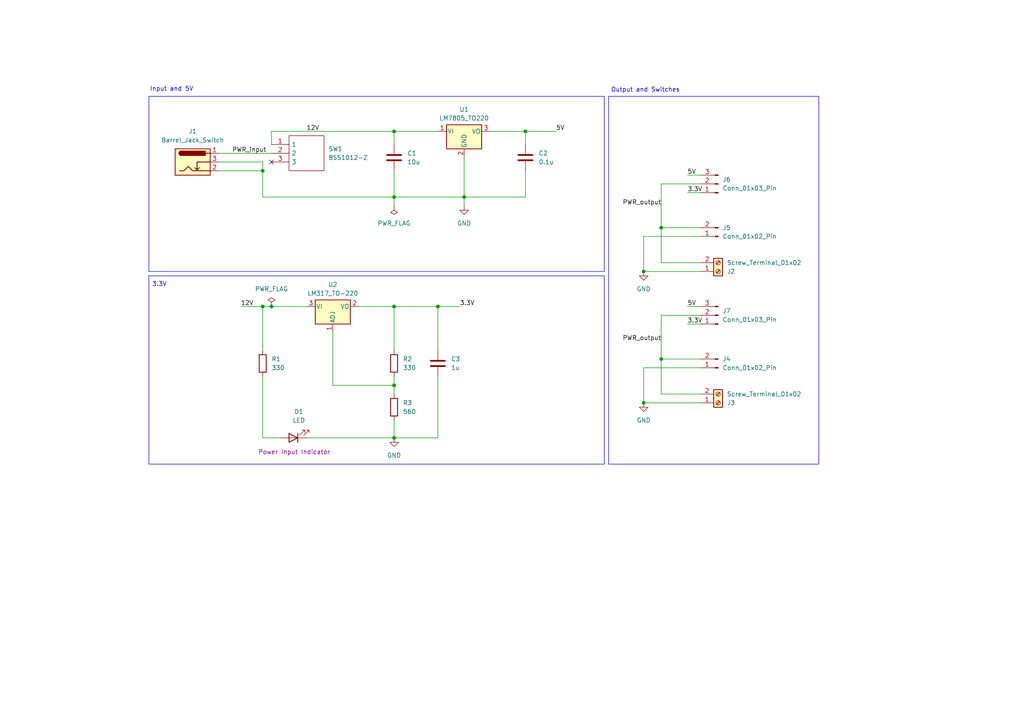
<source format=kicad_sch>
(kicad_sch (version 20250114) (generator "eeschema") (generator_version "9.0")
  (paper "A4")
  (title_block (title "Breadboard Power Supply") (date "2025-06-22") (rev "1.0") (company "Tech Explorations") (comment 1 "Christopher Boerner"))
  (lib_symbols
    (symbol "8SS1012-Z:8SS1012-Z" (pin_names (offset 0.762))
      (property "Reference" "S" (at 16.51 7.62 0))
      (property "Value" "8SS1012-Z" (at 16.51 5.08 0))
      (symbol "8SS1012-Z_0_0"
        (pin passive line (at 0 0 0) (length 5.08) (name "1") (number "1"))
        (pin passive line (at 0 -2.54 0) (length 5.08) (name "2") (number "2"))
        (pin passive line (at 0 -5.08 0) (length 5.08) (name "3") (number "3"))
      )
      (symbol "8SS1012-Z_0_1"
        (polyline (pts (xy 5.08 2.54) (xy 15.24 2.54) (xy 15.24 -7.62) (xy 5.08 -7.62) (xy 5.08 2.54)) (stroke (width 0.1524)))
      )
    )
    (symbol "Connector:Barrel_Jack_Switch" (pin_names (hide yes))
      (property "Reference" "J" (at 0 5.334 0))
      (property "Value" "Barrel_Jack_Switch" (at 0 -5.08 0))
      (symbol "Barrel_Jack_Switch_0_1"
        (rectangle (start -5.08 3.81) (end 5.08 -3.81) (stroke (width 0.254)) (fill (type background)))
        (polyline (pts (xy -3.81 -2.54) (xy -2.54 -2.54) (xy -1.27 -1.27) (xy 0 -2.54) (xy 2.54 -2.54) (xy 5.08 -2.54)) (stroke (width 0.254)))
        (arc (start -3.302 1.905) (mid -3.9343 2.54) (end -3.302 3.175) (stroke (width 0.254)))
        (arc (start -3.302 1.905) (mid -3.9343 2.54) (end -3.302 3.175) (stroke (width 0.254)) (fill (type outline)))
        (polyline (pts (xy 1.27 -2.286) (xy 1.905 -1.651)) (stroke (width 0.254)))
        (rectangle (start 3.683 3.175) (end -3.302 1.905) (stroke (width 0.254)) (fill (type outline)))
        (polyline (pts (xy 5.08 2.54) (xy 3.81 2.54)) (stroke (width 0.254)))
        (polyline (pts (xy 5.08 0) (xy 1.27 0) (xy 1.27 -2.286) (xy 0.635 -1.651)) (stroke (width 0.254)))
      )
      (symbol "Barrel_Jack_Switch_1_1"
        (pin passive line (at 7.62 2.54 180) (length 2.54) (name "~") (number "1"))
        (pin passive line (at 7.62 0 180) (length 2.54) (name "~") (number "3"))
        (pin passive line (at 7.62 -2.54 180) (length 2.54) (name "~") (number "2"))
      )
    )
    (symbol "Connector:Conn_01x02_Pin" (pin_names (offset 1.016) (hide yes))
      (property "Reference" "J" (at 0 2.54 0))
      (property "Value" "Conn_01x02_Pin" (at 0 -5.08 0))
      (symbol "Conn_01x02_Pin_1_1"
        (rectangle (start 0.8636 0.127) (end 0 -0.127) (stroke (width 0.1524)) (fill (type outline)))
        (rectangle (start 0.8636 -2.413) (end 0 -2.667) (stroke (width 0.1524)) (fill (type outline)))
        (polyline (pts (xy 1.27 0) (xy 0.8636 0)) (stroke (width 0.1524)))
        (polyline (pts (xy 1.27 -2.54) (xy 0.8636 -2.54)) (stroke (width 0.1524)))
        (pin passive line (at 5.08 0 180) (length 3.81) (name "Pin_1") (number "1"))
        (pin passive line (at 5.08 -2.54 180) (length 3.81) (name "Pin_2") (number "2"))
      )
    )
    (symbol "Connector:Conn_01x03_Pin" (pin_names (offset 1.016) (hide yes))
      (property "Reference" "J" (at 0 5.08 0))
      (property "Value" "Conn_01x03_Pin" (at 0 -5.08 0))
      (symbol "Conn_01x03_Pin_1_1"
        (rectangle (start 0.8636 2.667) (end 0 2.413) (stroke (width 0.1524)) (fill (type outline)))
        (rectangle (start 0.8636 0.127) (end 0 -0.127) (stroke (width 0.1524)) (fill (type outline)))
        (rectangle (start 0.8636 -2.413) (end 0 -2.667) (stroke (width 0.1524)) (fill (type outline)))
        (polyline (pts (xy 1.27 2.54) (xy 0.8636 2.54)) (stroke (width 0.1524)))
        (polyline (pts (xy 1.27 0) (xy 0.8636 0)) (stroke (width 0.1524)))
        (polyline (pts (xy 1.27 -2.54) (xy 0.8636 -2.54)) (stroke (width 0.1524)))
        (pin passive line (at 5.08 2.54 180) (length 3.81) (name "Pin_1") (number "1"))
        (pin passive line (at 5.08 0 180) (length 3.81) (name "Pin_2") (number "2"))
        (pin passive line (at 5.08 -2.54 180) (length 3.81) (name "Pin_3") (number "3"))
      )
    )
    (symbol "Connector:Screw_Terminal_01x02" (pin_names (offset 1.016) (hide yes))
      (property "Reference" "J" (at 0 2.54 0))
      (property "Value" "Screw_Terminal_01x02" (at 0 -5.08 0))
      (symbol "Screw_Terminal_01x02_1_1"
        (rectangle (start -1.27 1.27) (end 1.27 -3.81) (stroke (width 0.254)) (fill (type background)))
        (polyline (pts (xy -0.5334 0.3302) (xy 0.3302 -0.508)) (stroke (width 0.1524)))
        (polyline (pts (xy -0.5334 -2.2098) (xy 0.3302 -3.048)) (stroke (width 0.1524)))
        (polyline (pts (xy -0.3556 0.508) (xy 0.508 -0.3302)) (stroke (width 0.1524)))
        (polyline (pts (xy -0.3556 -2.032) (xy 0.508 -2.8702)) (stroke (width 0.1524)))
        (circle (center 0 0) (radius 0.635) (stroke (width 0.1524)))
        (circle (center 0 -2.54) (radius 0.635) (stroke (width 0.1524)))
        (pin passive line (at -5.08 0 0) (length 3.81) (name "Pin_1") (number "1"))
        (pin passive line (at -5.08 -2.54 0) (length 3.81) (name "Pin_2") (number "2"))
      )
    )
    (symbol "Device:C" (pin_numbers (hide yes)) (pin_names (offset 0.254))
      (property "Reference" "C" (at 0.635 2.54 0))
      (property "Value" "C" (at 0.635 -2.54 0))
      (symbol "C_0_1"
        (polyline (pts (xy -2.032 0.762) (xy 2.032 0.762)) (stroke (width 0.508)))
        (polyline (pts (xy -2.032 -0.762) (xy 2.032 -0.762)) (stroke (width 0.508)))
      )
      (symbol "C_1_1"
        (pin passive line (at 0 3.81 270) (length 2.794) (name "~") (number "1"))
        (pin passive line (at 0 -3.81 90) (length 2.794) (name "~") (number "2"))
      )
    )
    (symbol "Device:LED" (pin_numbers (hide yes)) (pin_names (offset 1.016) (hide yes))
      (property "Reference" "D" (at 0 2.54 0))
      (property "Value" "LED" (at 0 -2.54 0))
      (symbol "LED_0_1"
        (polyline (pts (xy -3.048 -0.762) (xy -4.572 -2.286) (xy -3.81 -2.286) (xy -4.572 -2.286) (xy -4.572 -1.524)))
        (polyline (pts (xy -1.778 -0.762) (xy -3.302 -2.286) (xy -2.54 -2.286) (xy -3.302 -2.286) (xy -3.302 -1.524)))
        (polyline (pts (xy -1.27 0) (xy 1.27 0)))
        (polyline (pts (xy -1.27 -1.27) (xy -1.27 1.27)) (stroke (width 0.254)))
        (polyline (pts (xy 1.27 -1.27) (xy 1.27 1.27) (xy -1.27 0) (xy 1.27 -1.27)) (stroke (width 0.254)))
      )
      (symbol "LED_1_1"
        (pin passive line (at -3.81 0 0) (length 2.54) (name "K") (number "1"))
        (pin passive line (at 3.81 0 180) (length 2.54) (name "A") (number "2"))
      )
    )
    (symbol "Device:R" (pin_numbers (hide yes)) (pin_names (offset 0))
      (property "Reference" "R" (at 2.032 0 90))
      (property "Value" "R" (at 0 0 90))
      (symbol "R_0_1"
        (rectangle (start -1.016 -2.54) (end 1.016 2.54) (stroke (width 0.254)))
      )
      (symbol "R_1_1"
        (pin passive line (at 0 3.81 270) (length 1.27) (name "~") (number "1"))
        (pin passive line (at 0 -3.81 90) (length 1.27) (name "~") (number "2"))
      )
    )
    (symbol "Regulator_Linear:LM317_TO-220" (pin_names (offset 0.254))
      (property "Reference" "U" (at -3.81 3.175 0))
      (property "Value" "LM317_TO-220" (at 0 3.175 0))
      (symbol "LM317_TO-220_0_1"
        (rectangle (start -5.08 1.905) (end 5.08 -5.08) (stroke (width 0.254)) (fill (type background)))
      )
      (symbol "LM317_TO-220_1_1"
        (pin power_in line (at -7.62 0 0) (length 2.54) (name "VI") (number "3"))
        (pin input line (at 0 -7.62 90) (length 2.54) (name "ADJ") (number "1"))
        (pin power_out line (at 7.62 0 180) (length 2.54) (name "VO") (number "2"))
      )
    )
    (symbol "Regulator_Linear:LM7805_TO220" (pin_names (offset 0.254))
      (property "Reference" "U" (at -3.81 3.175 0))
      (property "Value" "LM7805_TO220" (at 0 3.175 0))
      (symbol "LM7805_TO220_0_1"
        (rectangle (start -5.08 1.905) (end 5.08 -5.08) (stroke (width 0.254)) (fill (type background)))
      )
      (symbol "LM7805_TO220_1_1"
        (pin power_in line (at -7.62 0 0) (length 2.54) (name "VI") (number "1"))
        (pin power_in line (at 0 -7.62 90) (length 2.54) (name "GND") (number "2"))
        (pin power_out line (at 7.62 0 180) (length 2.54) (name "VO") (number "3"))
      )
    )
    (symbol "power:GND" (power) (pin_numbers (hide yes)) (pin_names (offset 0) (hide yes))
      (property "Value" "GND" (at 0 -3.81 0))
      (symbol "GND_0_1"
        (polyline (pts (xy 0 0) (xy 0 -1.27) (xy 1.27 -1.27) (xy 0 -2.54) (xy -1.27 -1.27) (xy 0 -1.27)))
      )
      (symbol "GND_1_1"
        (pin power_in line (at 0 0 270) (length 0) (name "~") (number "1"))
      )
    )
    (symbol "power:PWR_FLAG" (power) (pin_numbers (hide yes)) (pin_names (offset 0) (hide yes))
      (property "Value" "PWR_FLAG" (at 0 3.81 0))
      (symbol "PWR_FLAG_0_0"
        (pin power_out line (at 0 0 90) (length 0) (name "~") (number "1"))
      )
      (symbol "PWR_FLAG_0_1"
        (polyline (pts (xy 0 0) (xy 0 1.27) (xy -1.016 1.905) (xy 0 2.54) (xy 1.016 1.905) (xy 0 1.27)))
      )
    )
  )
  (rectangle (start 43.18 80.01) (end 175.26 134.62))
  (rectangle (start 43.18 27.94) (end 175.26 78.74))
  (rectangle (start 176.53 27.94) (end 237.49 134.62))
  (text "Input and 5V" (at 49.784 25.908 0) (effects (font (size 1.27 1.27))))
  (text "3.3V" (at 46.228 82.55 0) (effects (font (size 1.27 1.27))))
  (text "Output and Switches" (at 187.198 26.162 0) (effects (font (size 1.27 1.27))))
  (junction (at 191.77 104.14))
  (junction (at 76.2 88.9))
  (junction (at 127 88.9))
  (junction (at 114.3 127))
  (junction (at 114.3 88.9))
  (junction (at 114.3 111.76))
  (junction (at 186.69 78.74))
  (junction (at 76.2 49.53))
  (junction (at 191.77 66.04))
  (junction (at 114.3 38.1))
  (junction (at 134.62 57.15))
  (junction (at 114.3 57.15))
  (junction (at 78.74 88.9))
  (junction (at 152.4 38.1))
  (junction (at 186.69 116.84))
  (no_connect (at 78.74 46.99))
  (wire (pts (xy 63.5 46.99) (xy 76.2 46.99)))
  (wire (pts (xy 69.85 88.9) (xy 76.2 88.9)))
  (wire (pts (xy 191.77 53.34) (xy 191.77 66.04)))
  (wire (pts (xy 76.2 46.99) (xy 76.2 49.53)))
  (wire (pts (xy 114.3 57.15) (xy 114.3 59.69)))
  (wire (pts (xy 186.69 116.84) (xy 203.2 116.84)))
  (wire (pts (xy 191.77 53.34) (xy 203.2 53.34)))
  (wire (pts (xy 186.69 68.58) (xy 186.69 78.74)))
  (wire (pts (xy 199.39 93.98) (xy 203.2 93.98)))
  (wire (pts (xy 78.74 38.1) (xy 114.3 38.1)))
  (wire (pts (xy 134.62 57.15) (xy 114.3 57.15)))
  (wire (pts (xy 152.4 41.91) (xy 152.4 38.1)))
  (wire (pts (xy 78.74 41.91) (xy 78.74 38.1)))
  (wire (pts (xy 96.52 96.52) (xy 96.52 111.76)))
  (wire (pts (xy 191.77 104.14) (xy 203.2 104.14)))
  (wire (pts (xy 191.77 114.3) (xy 203.2 114.3)))
  (wire (pts (xy 191.77 114.3) (xy 191.77 104.14)))
  (wire (pts (xy 191.77 66.04) (xy 191.77 76.2)))
  (wire (pts (xy 186.69 68.58) (xy 203.2 68.58)))
  (wire (pts (xy 114.3 111.76) (xy 114.3 114.3)))
  (wire (pts (xy 199.39 50.8) (xy 203.2 50.8)))
  (wire (pts (xy 114.3 38.1) (xy 127 38.1)))
  (wire (pts (xy 152.4 49.53) (xy 152.4 57.15)))
  (wire (pts (xy 191.77 66.04) (xy 203.2 66.04)))
  (wire (pts (xy 186.69 106.68) (xy 203.2 106.68)))
  (wire (pts (xy 186.69 106.68) (xy 186.69 116.84)))
  (wire (pts (xy 114.3 109.22) (xy 114.3 111.76)))
  (wire (pts (xy 76.2 57.15) (xy 114.3 57.15)))
  (wire (pts (xy 76.2 88.9) (xy 76.2 101.6)))
  (wire (pts (xy 114.3 121.92) (xy 114.3 127)))
  (wire (pts (xy 127 109.22) (xy 127 127)))
  (wire (pts (xy 134.62 57.15) (xy 134.62 59.69)))
  (wire (pts (xy 152.4 38.1) (xy 142.24 38.1)))
  (wire (pts (xy 114.3 88.9) (xy 114.3 101.6)))
  (wire (pts (xy 152.4 57.15) (xy 134.62 57.15)))
  (wire (pts (xy 78.74 88.9) (xy 76.2 88.9)))
  (wire (pts (xy 63.5 44.45) (xy 78.74 44.45)))
  (wire (pts (xy 191.77 91.44) (xy 203.2 91.44)))
  (wire (pts (xy 114.3 49.53) (xy 114.3 57.15)))
  (wire (pts (xy 104.14 88.9) (xy 114.3 88.9)))
  (wire (pts (xy 76.2 109.22) (xy 76.2 127)))
  (wire (pts (xy 191.77 76.2) (xy 203.2 76.2)))
  (wire (pts (xy 186.69 78.74) (xy 203.2 78.74)))
  (wire (pts (xy 127 88.9) (xy 133.35 88.9)))
  (wire (pts (xy 88.9 127) (xy 114.3 127)))
  (wire (pts (xy 76.2 57.15) (xy 76.2 49.53)))
  (wire (pts (xy 88.9 88.9) (xy 78.74 88.9)))
  (wire (pts (xy 152.4 38.1) (xy 161.29 38.1)))
  (wire (pts (xy 114.3 38.1) (xy 114.3 41.91)))
  (wire (pts (xy 114.3 127) (xy 127 127)))
  (wire (pts (xy 114.3 88.9) (xy 127 88.9)))
  (wire (pts (xy 63.5 49.53) (xy 76.2 49.53)))
  (wire (pts (xy 199.39 88.9) (xy 203.2 88.9)))
  (wire (pts (xy 199.39 55.88) (xy 203.2 55.88)))
  (wire (pts (xy 76.2 127) (xy 81.28 127)))
  (wire (pts (xy 127 88.9) (xy 127 101.6)))
  (wire (pts (xy 134.62 45.72) (xy 134.62 57.15)))
  (wire (pts (xy 191.77 91.44) (xy 191.77 104.14)))
  (wire (pts (xy 96.52 111.76) (xy 114.3 111.76)))
  (label "5V" (at 199.39 88.9 0))
  (label "3.3V" (at 133.35 88.9 0))
  (label "5V" (at 161.29 38.1 0))
  (label "12V" (at 88.9 38.1 0))
  (label "PWR_output" (at 191.77 99.06 180))
  (label "3.3V" (at 199.39 55.88 0))
  (label "5V" (at 199.39 50.8 0))
  (label "PWR_output" (at 191.77 59.69 180))
  (label "PWR_input" (at 67.31 44.45 0))
  (label "3.3V" (at 199.39 93.98 0))
  (label "12V" (at 69.85 88.9 0))
  (symbol (lib_id "power:PWR_FLAG") (at 114.3 59.69 180) (unit 1)
    (property "Reference" "#FLG01" (effects (hide yes)))
    (property "Value" "PWR_FLAG" (at 114.3 64.77 0))
    (property "Description" "Special symbol for telling ERC where power comes from" (effects (hide yes)))
  )
  (symbol (lib_id "Regulator_Linear:LM7805_TO220") (at 134.62 38.1 0) (unit 1)
    (property "Reference" "U1" (at 134.62 31.75 0))
    (property "Value" "LM7805_TO220" (at 134.62 34.29 0))
    (property "Footprint" "Package_TO_SOT_THT:TO-220-3_Vertical" (effects (hide yes)))
    (property "Datasheet" "https://www.onsemi.cn/PowerSolutions/document/MC7800-D.PDF" (effects (hide yes)))
    (property "Description" "Positive 1A 35V Linear Regulator, Fixed Output 5V, TO-220" (effects (hide yes)))
  )
  (symbol (lib_id "Device:R") (at 76.2 105.41 0) (unit 1)
    (property "Reference" "R1" (at 78.74 104.1399 0) (effects (justify left)))
    (property "Value" "330" (at 78.74 106.6799 0) (effects (justify left)))
    (property "Footprint" "Resistor_THT:R_Axial_DIN0204_L3.6mm_D1.6mm_P7.62mm_Horizontal" (effects (hide yes)))
    (property "Description" "Resistor" (effects (hide yes)))
  )
  (symbol (lib_id "Device:C") (at 114.3 45.72 0) (unit 1)
    (property "Reference" "C1" (at 118.11 44.4499 0) (effects (justify left)))
    (property "Value" "10u" (at 118.11 46.9899 0) (effects (justify left)))
    (property "Footprint" "Capacitor_THT:C_Disc_D3.0mm_W1.6mm_P2.50mm" (effects (hide yes)))
    (property "Description" "Unpolarized capacitor" (effects (hide yes)))
  )
  (symbol (lib_id "Connector:Conn_01x02_Pin") (at 208.28 106.68 180) (unit 1)
    (property "Reference" "J4" (at 209.55 104.1399 0) (effects (justify right)))
    (property "Value" "Conn_01x02_Pin" (at 209.55 106.6799 0) (effects (justify right)))
    (property "Footprint" "Connector_PinHeader_2.54mm:PinHeader_1x02_P2.54mm_Vertical" (effects (hide yes)))
    (property "Description" "Generic connector, single row, 01x02, script generated" (effects (hide yes)))
  )
  (symbol (lib_id "Connector:Conn_01x02_Pin") (at 208.28 68.58 180) (unit 1)
    (property "Reference" "J5" (at 209.55 66.0399 0) (effects (justify right)))
    (property "Value" "Conn_01x02_Pin" (at 209.55 68.5799 0) (effects (justify right)))
    (property "Footprint" "Connector_PinHeader_2.54mm:PinHeader_1x02_P2.54mm_Vertical" (effects (hide yes)))
    (property "Description" "Generic connector, single row, 01x02, script generated" (effects (hide yes)))
  )
  (symbol (lib_id "power:GND") (at 186.69 116.84 0) (unit 1)
    (property "Reference" "#PWR04" (effects (hide yes)))
    (property "Value" "GND" (at 186.69 121.92 0))
    (property "Description" "Power symbol creates a global label with name \"GND\" , ground" (effects (hide yes)))
  )
  (symbol (lib_id "Connector:Barrel_Jack_Switch") (at 55.88 46.99 0) (unit 1)
    (property "Reference" "J1" (at 55.88 38.1 0))
    (property "Value" "Barrel_Jack_Switch" (at 55.88 40.64 0))
    (property "Footprint" "Connector_BarrelJack:BarrelJack_Horizontal" (effects (hide yes)))
    (property "Description" "DC Barrel Jack with an internal switch" (effects (hide yes)))
  )
  (symbol (lib_id "power:GND") (at 114.3 127 0) (unit 1)
    (property "Reference" "#PWR02" (effects (hide yes)))
    (property "Value" "GND" (at 114.3 132.08 0))
    (property "Description" "Power symbol creates a global label with name \"GND\" , ground" (effects (hide yes)))
  )
  (symbol (lib_id "Connector:Screw_Terminal_01x02") (at 208.28 116.84 0) (mirror x) (unit 1)
    (property "Reference" "J3" (at 210.82 116.8401 0) (effects (justify left)))
    (property "Value" "Screw_Terminal_01x02" (at 210.82 114.3001 0) (effects (justify left)))
    (property "Footprint" "TerminalBlock:TerminalBlock_bornier-2_P5.08mm" (effects (hide yes)))
    (property "Description" "Generic screw terminal, single row, 01x02, script generated (kicad-library-utils/schlib/autogen/connector/)" (effects (hide yes)))
  )
  (symbol (lib_id "Connector:Conn_01x03_Pin") (at 208.28 53.34 180) (unit 1)
    (property "Reference" "J6" (at 209.55 52.0699 0) (effects (justify right)))
    (property "Value" "Conn_01x03_Pin" (at 209.55 54.6099 0) (effects (justify right)))
    (property "Footprint" "Connector_PinHeader_2.54mm:PinHeader_1x03_P2.54mm_Vertical" (effects (hide yes)))
    (property "Description" "Generic connector, single row, 01x03, script generated" (effects (hide yes)))
  )
  (symbol (lib_id "Device:C") (at 152.4 45.72 0) (unit 1)
    (property "Reference" "C2" (at 156.21 44.4499 0) (effects (justify left)))
    (property "Value" "0.1u" (at 156.21 46.9899 0) (effects (justify left)))
    (property "Footprint" "Capacitor_THT:C_Disc_D3.0mm_W1.6mm_P2.50mm" (effects (hide yes)))
    (property "Description" "Unpolarized capacitor" (effects (hide yes)))
  )
  (symbol (lib_id "Connector:Screw_Terminal_01x02") (at 208.28 78.74 0) (mirror x) (unit 1)
    (property "Reference" "J2" (at 210.82 78.7401 0) (effects (justify left)))
    (property "Value" "Screw_Terminal_01x02" (at 210.82 76.2001 0) (effects (justify left)))
    (property "Footprint" "TerminalBlock:TerminalBlock_bornier-2_P5.08mm" (effects (hide yes)))
    (property "Description" "Generic screw terminal, single row, 01x02, script generated (kicad-library-utils/schlib/autogen/connector/)" (effects (hide yes)))
  )
  (symbol (lib_id "Device:R") (at 114.3 105.41 0) (unit 1)
    (property "Reference" "R2" (at 116.84 104.1399 0) (effects (justify left)))
    (property "Value" "330" (at 116.84 106.6799 0) (effects (justify left)))
    (property "Footprint" "Resistor_THT:R_Axial_DIN0204_L3.6mm_D1.6mm_P7.62mm_Horizontal" (effects (hide yes)))
    (property "Description" "Resistor" (effects (hide yes)))
  )
  (symbol (lib_id "power:PWR_FLAG") (at 78.74 88.9 0) (unit 1)
    (property "Reference" "#FLG02" (effects (hide yes)))
    (property "Value" "PWR_FLAG" (at 78.74 83.82 0))
    (property "Description" "Special symbol for telling ERC where power comes from" (effects (hide yes)))
  )
  (symbol (lib_id "Device:C") (at 127 105.41 0) (unit 1)
    (property "Reference" "C3" (at 130.81 104.1399 0) (effects (justify left)))
    (property "Value" "1u" (at 130.81 106.6799 0) (effects (justify left)))
    (property "Footprint" "Capacitor_THT:C_Disc_D3.0mm_W1.6mm_P2.50mm" (effects (hide yes)))
    (property "Description" "Unpolarized capacitor" (effects (hide yes)))
  )
  (symbol (lib_id "power:GND") (at 186.69 78.74 0) (unit 1)
    (property "Reference" "#PWR03" (effects (hide yes)))
    (property "Value" "GND" (at 186.69 83.82 0))
    (property "Description" "Power symbol creates a global label with name \"GND\" , ground" (effects (hide yes)))
  )
  (symbol (lib_id "Device:LED") (at 85.09 127 180) (unit 1)
    (property "Reference" "D1" (at 86.6775 119.38 0))
    (property "Value" "LED" (at 86.6775 121.92 0))
    (property "Footprint" "LED_THT:LED_D5.0mm" (effects (hide yes)))
    (property "Description" "Light emitting diode" (effects (hide yes)))
    (property "Sim.Pins" "1=K 2=A" (effects (hide yes)))
    (property "Purpose" "Power Input Indicator" (at 85.344 131.064 0))
  )
  (symbol (lib_id "8SS1012-Z:8SS1012-Z") (at 78.74 41.91 0) (unit 1)
    (property "Reference" "SW1" (at 95.25 43.1799 0) (effects (justify left)))
    (property "Value" "8SS1012-Z" (at 95.25 45.7199 0) (effects (justify left)))
    (property "Footprint" "Digikey:8SS1012Z" (effects (hide yes)))
    (property "Datasheet" "https://www.nidec-copal-electronics.com/e/catalog/switch/8ss.pdf" (effects (hide yes)))
    (property "Description" "NIDEC COPAL ELECTRONICS - 8SS1012-Z - SLIDE SWITCH, SPDT, 6A, 125VAC, TH" (effects (hide yes)))
    (property "Description_1" "NIDEC COPAL ELECTRONICS - 8SS1012-Z - SLIDE SWITCH, SPDT, 6A, 125VAC, TH" (effects (hide yes)))
    (property "Height" "14.75" (effects (hide yes)))
    (property "Manufacturer_Name" "Nidec Copal" (effects (hide yes)))
    (property "Manufacturer_Part_Number" "8SS1012-Z" (effects (hide yes)))
    (property "Mouser Part Number" "229-8SS1012-Z" (effects (hide yes)))
    (property "Mouser Price/Stock" "https://www.mouser.co.uk/ProductDetail/Nidec-Copal/8SS1012-Z?qs=XeJtXLiO41QTloTPRMiIqg%3D%3D" (effects (hide yes)))
  )
  (symbol (lib_id "Connector:Conn_01x03_Pin") (at 208.28 91.44 180) (unit 1)
    (property "Reference" "J7" (at 209.55 90.1699 0) (effects (justify right)))
    (property "Value" "Conn_01x03_Pin" (at 209.55 92.7099 0) (effects (justify right)))
    (property "Footprint" "Connector_PinHeader_2.54mm:PinHeader_1x03_P2.54mm_Vertical" (effects (hide yes)))
    (property "Description" "Generic connector, single row, 01x03, script generated" (effects (hide yes)))
  )
  (symbol (lib_id "power:GND") (at 134.62 59.69 0) (unit 1)
    (property "Reference" "#PWR01" (effects (hide yes)))
    (property "Value" "GND" (at 134.62 64.77 0))
    (property "Description" "Power symbol creates a global label with name \"GND\" , ground" (effects (hide yes)))
  )
  (symbol (lib_id "Regulator_Linear:LM317_TO-220") (at 96.52 88.9 0) (unit 1)
    (property "Reference" "U2" (at 96.52 82.55 0))
    (property "Value" "LM317_TO-220" (at 96.52 85.09 0))
    (property "Footprint" "Package_TO_SOT_THT:TO-220-3_Vertical" (effects (hide yes)))
    (property "Datasheet" "http://www.ti.com/lit/ds/symlink/lm317.pdf" (effects (hide yes)))
    (property "Description" "1.5A 35V Adjustable Linear Regulator, TO-220" (effects (hide yes)))
  )
  (symbol (lib_id "Device:R") (at 114.3 118.11 0) (unit 1)
    (property "Reference" "R3" (at 116.84 116.8399 0) (effects (justify left)))
    (property "Value" "560" (at 116.84 119.3799 0) (effects (justify left)))
    (property "Footprint" "Resistor_THT:R_Axial_DIN0204_L3.6mm_D1.6mm_P7.62mm_Horizontal" (effects (hide yes)))
    (property "Description" "Resistor" (effects (hide yes)))
  )
)
</source>
